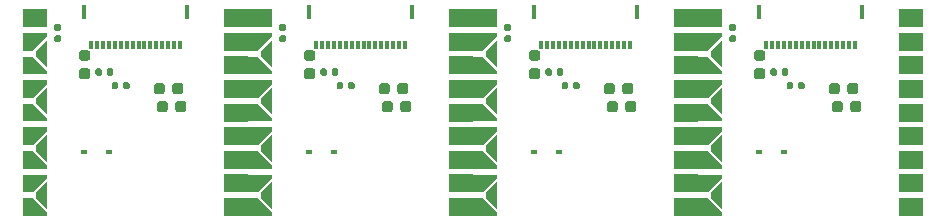
<source format=gbp>
%TF.GenerationSoftware,KiCad,Pcbnew,(5.1.9)-1*%
%TF.CreationDate,2021-10-01T07:45:35+02:00*%
%TF.ProjectId,poly_kb_1Ux4,706f6c79-5f6b-4625-9f31-5578342e6b69,rev?*%
%TF.SameCoordinates,Original*%
%TF.FileFunction,Paste,Bot*%
%TF.FilePolarity,Positive*%
%FSLAX46Y46*%
G04 Gerber Fmt 4.6, Leading zero omitted, Abs format (unit mm)*
G04 Created by KiCad (PCBNEW (5.1.9)-1) date 2021-10-01 07:45:35*
%MOMM*%
%LPD*%
G01*
G04 APERTURE LIST*
%ADD10R,2.000000X1.500000*%
%ADD11C,0.127000*%
%ADD12R,0.300000X0.650000*%
%ADD13R,0.300000X1.150000*%
%ADD14R,0.600000X0.450000*%
G04 APERTURE END LIST*
%TO.C,C1*%
G36*
G01*
X166388500Y-94174500D02*
X166388500Y-94674500D01*
G75*
G02*
X166163500Y-94899500I-225000J0D01*
G01*
X165713500Y-94899500D01*
G75*
G02*
X165488500Y-94674500I0J225000D01*
G01*
X165488500Y-94174500D01*
G75*
G02*
X165713500Y-93949500I225000J0D01*
G01*
X166163500Y-93949500D01*
G75*
G02*
X166388500Y-94174500I0J-225000D01*
G01*
G37*
G36*
G01*
X164838500Y-94174500D02*
X164838500Y-94674500D01*
G75*
G02*
X164613500Y-94899500I-225000J0D01*
G01*
X164163500Y-94899500D01*
G75*
G02*
X163938500Y-94674500I0J225000D01*
G01*
X163938500Y-94174500D01*
G75*
G02*
X164163500Y-93949500I225000J0D01*
G01*
X164613500Y-93949500D01*
G75*
G02*
X164838500Y-94174500I0J-225000D01*
G01*
G37*
%TD*%
%TO.C,C1*%
G36*
G01*
X147338500Y-94174500D02*
X147338500Y-94674500D01*
G75*
G02*
X147113500Y-94899500I-225000J0D01*
G01*
X146663500Y-94899500D01*
G75*
G02*
X146438500Y-94674500I0J225000D01*
G01*
X146438500Y-94174500D01*
G75*
G02*
X146663500Y-93949500I225000J0D01*
G01*
X147113500Y-93949500D01*
G75*
G02*
X147338500Y-94174500I0J-225000D01*
G01*
G37*
G36*
G01*
X145788500Y-94174500D02*
X145788500Y-94674500D01*
G75*
G02*
X145563500Y-94899500I-225000J0D01*
G01*
X145113500Y-94899500D01*
G75*
G02*
X144888500Y-94674500I0J225000D01*
G01*
X144888500Y-94174500D01*
G75*
G02*
X145113500Y-93949500I225000J0D01*
G01*
X145563500Y-93949500D01*
G75*
G02*
X145788500Y-94174500I0J-225000D01*
G01*
G37*
%TD*%
%TO.C,C1*%
G36*
G01*
X128288500Y-94174500D02*
X128288500Y-94674500D01*
G75*
G02*
X128063500Y-94899500I-225000J0D01*
G01*
X127613500Y-94899500D01*
G75*
G02*
X127388500Y-94674500I0J225000D01*
G01*
X127388500Y-94174500D01*
G75*
G02*
X127613500Y-93949500I225000J0D01*
G01*
X128063500Y-93949500D01*
G75*
G02*
X128288500Y-94174500I0J-225000D01*
G01*
G37*
G36*
G01*
X126738500Y-94174500D02*
X126738500Y-94674500D01*
G75*
G02*
X126513500Y-94899500I-225000J0D01*
G01*
X126063500Y-94899500D01*
G75*
G02*
X125838500Y-94674500I0J225000D01*
G01*
X125838500Y-94174500D01*
G75*
G02*
X126063500Y-93949500I225000J0D01*
G01*
X126513500Y-93949500D01*
G75*
G02*
X126738500Y-94174500I0J-225000D01*
G01*
G37*
%TD*%
%TO.C,C3*%
G36*
G01*
X155681500Y-88961500D02*
X155341500Y-88961500D01*
G75*
G02*
X155201500Y-88821500I0J140000D01*
G01*
X155201500Y-88541500D01*
G75*
G02*
X155341500Y-88401500I140000J0D01*
G01*
X155681500Y-88401500D01*
G75*
G02*
X155821500Y-88541500I0J-140000D01*
G01*
X155821500Y-88821500D01*
G75*
G02*
X155681500Y-88961500I-140000J0D01*
G01*
G37*
G36*
G01*
X155681500Y-88001500D02*
X155341500Y-88001500D01*
G75*
G02*
X155201500Y-87861500I0J140000D01*
G01*
X155201500Y-87581500D01*
G75*
G02*
X155341500Y-87441500I140000J0D01*
G01*
X155681500Y-87441500D01*
G75*
G02*
X155821500Y-87581500I0J-140000D01*
G01*
X155821500Y-87861500D01*
G75*
G02*
X155681500Y-88001500I-140000J0D01*
G01*
G37*
%TD*%
%TO.C,C3*%
G36*
G01*
X136631500Y-88961500D02*
X136291500Y-88961500D01*
G75*
G02*
X136151500Y-88821500I0J140000D01*
G01*
X136151500Y-88541500D01*
G75*
G02*
X136291500Y-88401500I140000J0D01*
G01*
X136631500Y-88401500D01*
G75*
G02*
X136771500Y-88541500I0J-140000D01*
G01*
X136771500Y-88821500D01*
G75*
G02*
X136631500Y-88961500I-140000J0D01*
G01*
G37*
G36*
G01*
X136631500Y-88001500D02*
X136291500Y-88001500D01*
G75*
G02*
X136151500Y-87861500I0J140000D01*
G01*
X136151500Y-87581500D01*
G75*
G02*
X136291500Y-87441500I140000J0D01*
G01*
X136631500Y-87441500D01*
G75*
G02*
X136771500Y-87581500I0J-140000D01*
G01*
X136771500Y-87861500D01*
G75*
G02*
X136631500Y-88001500I-140000J0D01*
G01*
G37*
%TD*%
%TO.C,C3*%
G36*
G01*
X117581500Y-88961500D02*
X117241500Y-88961500D01*
G75*
G02*
X117101500Y-88821500I0J140000D01*
G01*
X117101500Y-88541500D01*
G75*
G02*
X117241500Y-88401500I140000J0D01*
G01*
X117581500Y-88401500D01*
G75*
G02*
X117721500Y-88541500I0J-140000D01*
G01*
X117721500Y-88821500D01*
G75*
G02*
X117581500Y-88961500I-140000J0D01*
G01*
G37*
G36*
G01*
X117581500Y-88001500D02*
X117241500Y-88001500D01*
G75*
G02*
X117101500Y-87861500I0J140000D01*
G01*
X117101500Y-87581500D01*
G75*
G02*
X117241500Y-87441500I140000J0D01*
G01*
X117581500Y-87441500D01*
G75*
G02*
X117721500Y-87581500I0J-140000D01*
G01*
X117721500Y-87861500D01*
G75*
G02*
X117581500Y-88001500I-140000J0D01*
G01*
G37*
%TD*%
%TO.C,C5*%
G36*
G01*
X158716500Y-91673500D02*
X158716500Y-91333500D01*
G75*
G02*
X158856500Y-91193500I140000J0D01*
G01*
X159136500Y-91193500D01*
G75*
G02*
X159276500Y-91333500I0J-140000D01*
G01*
X159276500Y-91673500D01*
G75*
G02*
X159136500Y-91813500I-140000J0D01*
G01*
X158856500Y-91813500D01*
G75*
G02*
X158716500Y-91673500I0J140000D01*
G01*
G37*
G36*
G01*
X159676500Y-91673500D02*
X159676500Y-91333500D01*
G75*
G02*
X159816500Y-91193500I140000J0D01*
G01*
X160096500Y-91193500D01*
G75*
G02*
X160236500Y-91333500I0J-140000D01*
G01*
X160236500Y-91673500D01*
G75*
G02*
X160096500Y-91813500I-140000J0D01*
G01*
X159816500Y-91813500D01*
G75*
G02*
X159676500Y-91673500I0J140000D01*
G01*
G37*
%TD*%
%TO.C,C5*%
G36*
G01*
X139666500Y-91673500D02*
X139666500Y-91333500D01*
G75*
G02*
X139806500Y-91193500I140000J0D01*
G01*
X140086500Y-91193500D01*
G75*
G02*
X140226500Y-91333500I0J-140000D01*
G01*
X140226500Y-91673500D01*
G75*
G02*
X140086500Y-91813500I-140000J0D01*
G01*
X139806500Y-91813500D01*
G75*
G02*
X139666500Y-91673500I0J140000D01*
G01*
G37*
G36*
G01*
X140626500Y-91673500D02*
X140626500Y-91333500D01*
G75*
G02*
X140766500Y-91193500I140000J0D01*
G01*
X141046500Y-91193500D01*
G75*
G02*
X141186500Y-91333500I0J-140000D01*
G01*
X141186500Y-91673500D01*
G75*
G02*
X141046500Y-91813500I-140000J0D01*
G01*
X140766500Y-91813500D01*
G75*
G02*
X140626500Y-91673500I0J140000D01*
G01*
G37*
%TD*%
%TO.C,C5*%
G36*
G01*
X120616500Y-91673500D02*
X120616500Y-91333500D01*
G75*
G02*
X120756500Y-91193500I140000J0D01*
G01*
X121036500Y-91193500D01*
G75*
G02*
X121176500Y-91333500I0J-140000D01*
G01*
X121176500Y-91673500D01*
G75*
G02*
X121036500Y-91813500I-140000J0D01*
G01*
X120756500Y-91813500D01*
G75*
G02*
X120616500Y-91673500I0J140000D01*
G01*
G37*
G36*
G01*
X121576500Y-91673500D02*
X121576500Y-91333500D01*
G75*
G02*
X121716500Y-91193500I140000J0D01*
G01*
X121996500Y-91193500D01*
G75*
G02*
X122136500Y-91333500I0J-140000D01*
G01*
X122136500Y-91673500D01*
G75*
G02*
X121996500Y-91813500I-140000J0D01*
G01*
X121716500Y-91813500D01*
G75*
G02*
X121576500Y-91673500I0J140000D01*
G01*
G37*
%TD*%
%TO.C,C6*%
G36*
G01*
X160085500Y-92816500D02*
X160085500Y-92476500D01*
G75*
G02*
X160225500Y-92336500I140000J0D01*
G01*
X160505500Y-92336500D01*
G75*
G02*
X160645500Y-92476500I0J-140000D01*
G01*
X160645500Y-92816500D01*
G75*
G02*
X160505500Y-92956500I-140000J0D01*
G01*
X160225500Y-92956500D01*
G75*
G02*
X160085500Y-92816500I0J140000D01*
G01*
G37*
G36*
G01*
X161045500Y-92816500D02*
X161045500Y-92476500D01*
G75*
G02*
X161185500Y-92336500I140000J0D01*
G01*
X161465500Y-92336500D01*
G75*
G02*
X161605500Y-92476500I0J-140000D01*
G01*
X161605500Y-92816500D01*
G75*
G02*
X161465500Y-92956500I-140000J0D01*
G01*
X161185500Y-92956500D01*
G75*
G02*
X161045500Y-92816500I0J140000D01*
G01*
G37*
%TD*%
%TO.C,C6*%
G36*
G01*
X141035500Y-92816500D02*
X141035500Y-92476500D01*
G75*
G02*
X141175500Y-92336500I140000J0D01*
G01*
X141455500Y-92336500D01*
G75*
G02*
X141595500Y-92476500I0J-140000D01*
G01*
X141595500Y-92816500D01*
G75*
G02*
X141455500Y-92956500I-140000J0D01*
G01*
X141175500Y-92956500D01*
G75*
G02*
X141035500Y-92816500I0J140000D01*
G01*
G37*
G36*
G01*
X141995500Y-92816500D02*
X141995500Y-92476500D01*
G75*
G02*
X142135500Y-92336500I140000J0D01*
G01*
X142415500Y-92336500D01*
G75*
G02*
X142555500Y-92476500I0J-140000D01*
G01*
X142555500Y-92816500D01*
G75*
G02*
X142415500Y-92956500I-140000J0D01*
G01*
X142135500Y-92956500D01*
G75*
G02*
X141995500Y-92816500I0J140000D01*
G01*
G37*
%TD*%
%TO.C,C6*%
G36*
G01*
X121985500Y-92816500D02*
X121985500Y-92476500D01*
G75*
G02*
X122125500Y-92336500I140000J0D01*
G01*
X122405500Y-92336500D01*
G75*
G02*
X122545500Y-92476500I0J-140000D01*
G01*
X122545500Y-92816500D01*
G75*
G02*
X122405500Y-92956500I-140000J0D01*
G01*
X122125500Y-92956500D01*
G75*
G02*
X121985500Y-92816500I0J140000D01*
G01*
G37*
G36*
G01*
X122945500Y-92816500D02*
X122945500Y-92476500D01*
G75*
G02*
X123085500Y-92336500I140000J0D01*
G01*
X123365500Y-92336500D01*
G75*
G02*
X123505500Y-92476500I0J-140000D01*
G01*
X123505500Y-92816500D01*
G75*
G02*
X123365500Y-92956500I-140000J0D01*
G01*
X123085500Y-92956500D01*
G75*
G02*
X122945500Y-92816500I0J140000D01*
G01*
G37*
%TD*%
%TO.C,C2*%
G36*
G01*
X158047500Y-92093500D02*
X157547500Y-92093500D01*
G75*
G02*
X157322500Y-91868500I0J225000D01*
G01*
X157322500Y-91418500D01*
G75*
G02*
X157547500Y-91193500I225000J0D01*
G01*
X158047500Y-91193500D01*
G75*
G02*
X158272500Y-91418500I0J-225000D01*
G01*
X158272500Y-91868500D01*
G75*
G02*
X158047500Y-92093500I-225000J0D01*
G01*
G37*
G36*
G01*
X158047500Y-90543500D02*
X157547500Y-90543500D01*
G75*
G02*
X157322500Y-90318500I0J225000D01*
G01*
X157322500Y-89868500D01*
G75*
G02*
X157547500Y-89643500I225000J0D01*
G01*
X158047500Y-89643500D01*
G75*
G02*
X158272500Y-89868500I0J-225000D01*
G01*
X158272500Y-90318500D01*
G75*
G02*
X158047500Y-90543500I-225000J0D01*
G01*
G37*
%TD*%
%TO.C,C2*%
G36*
G01*
X138997500Y-92093500D02*
X138497500Y-92093500D01*
G75*
G02*
X138272500Y-91868500I0J225000D01*
G01*
X138272500Y-91418500D01*
G75*
G02*
X138497500Y-91193500I225000J0D01*
G01*
X138997500Y-91193500D01*
G75*
G02*
X139222500Y-91418500I0J-225000D01*
G01*
X139222500Y-91868500D01*
G75*
G02*
X138997500Y-92093500I-225000J0D01*
G01*
G37*
G36*
G01*
X138997500Y-90543500D02*
X138497500Y-90543500D01*
G75*
G02*
X138272500Y-90318500I0J225000D01*
G01*
X138272500Y-89868500D01*
G75*
G02*
X138497500Y-89643500I225000J0D01*
G01*
X138997500Y-89643500D01*
G75*
G02*
X139222500Y-89868500I0J-225000D01*
G01*
X139222500Y-90318500D01*
G75*
G02*
X138997500Y-90543500I-225000J0D01*
G01*
G37*
%TD*%
%TO.C,C2*%
G36*
G01*
X119947500Y-92093500D02*
X119447500Y-92093500D01*
G75*
G02*
X119222500Y-91868500I0J225000D01*
G01*
X119222500Y-91418500D01*
G75*
G02*
X119447500Y-91193500I225000J0D01*
G01*
X119947500Y-91193500D01*
G75*
G02*
X120172500Y-91418500I0J-225000D01*
G01*
X120172500Y-91868500D01*
G75*
G02*
X119947500Y-92093500I-225000J0D01*
G01*
G37*
G36*
G01*
X119947500Y-90543500D02*
X119447500Y-90543500D01*
G75*
G02*
X119222500Y-90318500I0J225000D01*
G01*
X119222500Y-89868500D01*
G75*
G02*
X119447500Y-89643500I225000J0D01*
G01*
X119947500Y-89643500D01*
G75*
G02*
X120172500Y-89868500I0J-225000D01*
G01*
X120172500Y-90318500D01*
G75*
G02*
X119947500Y-90543500I-225000J0D01*
G01*
G37*
%TD*%
D10*
%TO.C,J5*%
X153606500Y-86932500D03*
D11*
G36*
X154606500Y-88182500D02*
G01*
X154606500Y-88482500D01*
X153406500Y-89682500D01*
X152606500Y-89682500D01*
X152606500Y-88182500D01*
X154606500Y-88182500D01*
G37*
G36*
X153406500Y-90182500D02*
G01*
X154606500Y-91382500D01*
X154606500Y-91682500D01*
X152606500Y-91682500D01*
X152606500Y-90182500D01*
X153406500Y-90182500D01*
G37*
G36*
X154606500Y-92182500D02*
G01*
X154606500Y-92482500D01*
X153406500Y-93682500D01*
X152606500Y-93682500D01*
X152606500Y-92182500D01*
X154606500Y-92182500D01*
G37*
G36*
X153406500Y-94182500D02*
G01*
X154606500Y-95382500D01*
X154606500Y-95682500D01*
X152606500Y-95682500D01*
X152606500Y-94182500D01*
X153406500Y-94182500D01*
G37*
G36*
X154606500Y-96182500D02*
G01*
X154606500Y-96482500D01*
X153406500Y-97682500D01*
X152606500Y-97682500D01*
X152606500Y-96182500D01*
X154606500Y-96182500D01*
G37*
G36*
X153406500Y-98182500D02*
G01*
X154606500Y-99382500D01*
X154606500Y-99682500D01*
X152606500Y-99682500D01*
X152606500Y-98182500D01*
X153406500Y-98182500D01*
G37*
G36*
X154606500Y-100182500D02*
G01*
X154606500Y-100482500D01*
X153406500Y-101682500D01*
X152606500Y-101682500D01*
X152606500Y-100182500D01*
X154606500Y-100182500D01*
G37*
G36*
X153406500Y-102182500D02*
G01*
X154606500Y-103382500D01*
X154606500Y-103682500D01*
X152606500Y-103682500D01*
X152606500Y-102182500D01*
X153406500Y-102182500D01*
G37*
G36*
X153706500Y-90182500D02*
G01*
X153706500Y-89682500D01*
X154606500Y-88782500D01*
X154606500Y-91082500D01*
X153706500Y-90182500D01*
G37*
G36*
X153706500Y-94182500D02*
G01*
X153706500Y-93682500D01*
X154606500Y-92782500D01*
X154606500Y-95082500D01*
X153706500Y-94182500D01*
G37*
G36*
X153706500Y-98182500D02*
G01*
X153706500Y-97682500D01*
X154606500Y-96782500D01*
X154606500Y-99082500D01*
X153706500Y-98182500D01*
G37*
G36*
X153706500Y-102182500D02*
G01*
X153706500Y-101682500D01*
X154606500Y-100782500D01*
X154606500Y-103082500D01*
X153706500Y-102182500D01*
G37*
%TD*%
D10*
%TO.C,J5*%
X134556500Y-86932500D03*
D11*
G36*
X135556500Y-88182500D02*
G01*
X135556500Y-88482500D01*
X134356500Y-89682500D01*
X133556500Y-89682500D01*
X133556500Y-88182500D01*
X135556500Y-88182500D01*
G37*
G36*
X134356500Y-90182500D02*
G01*
X135556500Y-91382500D01*
X135556500Y-91682500D01*
X133556500Y-91682500D01*
X133556500Y-90182500D01*
X134356500Y-90182500D01*
G37*
G36*
X135556500Y-92182500D02*
G01*
X135556500Y-92482500D01*
X134356500Y-93682500D01*
X133556500Y-93682500D01*
X133556500Y-92182500D01*
X135556500Y-92182500D01*
G37*
G36*
X134356500Y-94182500D02*
G01*
X135556500Y-95382500D01*
X135556500Y-95682500D01*
X133556500Y-95682500D01*
X133556500Y-94182500D01*
X134356500Y-94182500D01*
G37*
G36*
X135556500Y-96182500D02*
G01*
X135556500Y-96482500D01*
X134356500Y-97682500D01*
X133556500Y-97682500D01*
X133556500Y-96182500D01*
X135556500Y-96182500D01*
G37*
G36*
X134356500Y-98182500D02*
G01*
X135556500Y-99382500D01*
X135556500Y-99682500D01*
X133556500Y-99682500D01*
X133556500Y-98182500D01*
X134356500Y-98182500D01*
G37*
G36*
X135556500Y-100182500D02*
G01*
X135556500Y-100482500D01*
X134356500Y-101682500D01*
X133556500Y-101682500D01*
X133556500Y-100182500D01*
X135556500Y-100182500D01*
G37*
G36*
X134356500Y-102182500D02*
G01*
X135556500Y-103382500D01*
X135556500Y-103682500D01*
X133556500Y-103682500D01*
X133556500Y-102182500D01*
X134356500Y-102182500D01*
G37*
G36*
X134656500Y-90182500D02*
G01*
X134656500Y-89682500D01*
X135556500Y-88782500D01*
X135556500Y-91082500D01*
X134656500Y-90182500D01*
G37*
G36*
X134656500Y-94182500D02*
G01*
X134656500Y-93682500D01*
X135556500Y-92782500D01*
X135556500Y-95082500D01*
X134656500Y-94182500D01*
G37*
G36*
X134656500Y-98182500D02*
G01*
X134656500Y-97682500D01*
X135556500Y-96782500D01*
X135556500Y-99082500D01*
X134656500Y-98182500D01*
G37*
G36*
X134656500Y-102182500D02*
G01*
X134656500Y-101682500D01*
X135556500Y-100782500D01*
X135556500Y-103082500D01*
X134656500Y-102182500D01*
G37*
%TD*%
D10*
%TO.C,J5*%
X115506500Y-86932500D03*
D11*
G36*
X116506500Y-88182500D02*
G01*
X116506500Y-88482500D01*
X115306500Y-89682500D01*
X114506500Y-89682500D01*
X114506500Y-88182500D01*
X116506500Y-88182500D01*
G37*
G36*
X115306500Y-90182500D02*
G01*
X116506500Y-91382500D01*
X116506500Y-91682500D01*
X114506500Y-91682500D01*
X114506500Y-90182500D01*
X115306500Y-90182500D01*
G37*
G36*
X116506500Y-92182500D02*
G01*
X116506500Y-92482500D01*
X115306500Y-93682500D01*
X114506500Y-93682500D01*
X114506500Y-92182500D01*
X116506500Y-92182500D01*
G37*
G36*
X115306500Y-94182500D02*
G01*
X116506500Y-95382500D01*
X116506500Y-95682500D01*
X114506500Y-95682500D01*
X114506500Y-94182500D01*
X115306500Y-94182500D01*
G37*
G36*
X116506500Y-96182500D02*
G01*
X116506500Y-96482500D01*
X115306500Y-97682500D01*
X114506500Y-97682500D01*
X114506500Y-96182500D01*
X116506500Y-96182500D01*
G37*
G36*
X115306500Y-98182500D02*
G01*
X116506500Y-99382500D01*
X116506500Y-99682500D01*
X114506500Y-99682500D01*
X114506500Y-98182500D01*
X115306500Y-98182500D01*
G37*
G36*
X116506500Y-100182500D02*
G01*
X116506500Y-100482500D01*
X115306500Y-101682500D01*
X114506500Y-101682500D01*
X114506500Y-100182500D01*
X116506500Y-100182500D01*
G37*
G36*
X115306500Y-102182500D02*
G01*
X116506500Y-103382500D01*
X116506500Y-103682500D01*
X114506500Y-103682500D01*
X114506500Y-102182500D01*
X115306500Y-102182500D01*
G37*
G36*
X115606500Y-90182500D02*
G01*
X115606500Y-89682500D01*
X116506500Y-88782500D01*
X116506500Y-91082500D01*
X115606500Y-90182500D01*
G37*
G36*
X115606500Y-94182500D02*
G01*
X115606500Y-93682500D01*
X116506500Y-92782500D01*
X116506500Y-95082500D01*
X115606500Y-94182500D01*
G37*
G36*
X115606500Y-98182500D02*
G01*
X115606500Y-97682500D01*
X116506500Y-96782500D01*
X116506500Y-99082500D01*
X115606500Y-98182500D01*
G37*
G36*
X115606500Y-102182500D02*
G01*
X115606500Y-101682500D01*
X116506500Y-100782500D01*
X116506500Y-103082500D01*
X115606500Y-102182500D01*
G37*
%TD*%
D12*
%TO.C,J1*%
X158365500Y-89217500D03*
X158865500Y-89217500D03*
X159365500Y-89217500D03*
X159865500Y-89217500D03*
X160365500Y-89217500D03*
X160865500Y-89217500D03*
X161365500Y-89217500D03*
X161865500Y-89217500D03*
X162365500Y-89217500D03*
X162865500Y-89217500D03*
X163365500Y-89217500D03*
X163865500Y-89217500D03*
X164365500Y-89217500D03*
X164865500Y-89217500D03*
X165365500Y-89217500D03*
X165865500Y-89217500D03*
D13*
X157730500Y-86407500D03*
X166500500Y-86407500D03*
%TD*%
D12*
%TO.C,J1*%
X139315500Y-89217500D03*
X139815500Y-89217500D03*
X140315500Y-89217500D03*
X140815500Y-89217500D03*
X141315500Y-89217500D03*
X141815500Y-89217500D03*
X142315500Y-89217500D03*
X142815500Y-89217500D03*
X143315500Y-89217500D03*
X143815500Y-89217500D03*
X144315500Y-89217500D03*
X144815500Y-89217500D03*
X145315500Y-89217500D03*
X145815500Y-89217500D03*
X146315500Y-89217500D03*
X146815500Y-89217500D03*
D13*
X138680500Y-86407500D03*
X147450500Y-86407500D03*
%TD*%
D12*
%TO.C,J1*%
X120265500Y-89217500D03*
X120765500Y-89217500D03*
X121265500Y-89217500D03*
X121765500Y-89217500D03*
X122265500Y-89217500D03*
X122765500Y-89217500D03*
X123265500Y-89217500D03*
X123765500Y-89217500D03*
X124265500Y-89217500D03*
X124765500Y-89217500D03*
X125265500Y-89217500D03*
X125765500Y-89217500D03*
X126265500Y-89217500D03*
X126765500Y-89217500D03*
X127265500Y-89217500D03*
X127765500Y-89217500D03*
D13*
X119630500Y-86407500D03*
X128400500Y-86407500D03*
%TD*%
%TO.C,C4*%
G36*
G01*
X166134500Y-92650500D02*
X166134500Y-93150500D01*
G75*
G02*
X165909500Y-93375500I-225000J0D01*
G01*
X165459500Y-93375500D01*
G75*
G02*
X165234500Y-93150500I0J225000D01*
G01*
X165234500Y-92650500D01*
G75*
G02*
X165459500Y-92425500I225000J0D01*
G01*
X165909500Y-92425500D01*
G75*
G02*
X166134500Y-92650500I0J-225000D01*
G01*
G37*
G36*
G01*
X164584500Y-92650500D02*
X164584500Y-93150500D01*
G75*
G02*
X164359500Y-93375500I-225000J0D01*
G01*
X163909500Y-93375500D01*
G75*
G02*
X163684500Y-93150500I0J225000D01*
G01*
X163684500Y-92650500D01*
G75*
G02*
X163909500Y-92425500I225000J0D01*
G01*
X164359500Y-92425500D01*
G75*
G02*
X164584500Y-92650500I0J-225000D01*
G01*
G37*
%TD*%
%TO.C,C4*%
G36*
G01*
X147084500Y-92650500D02*
X147084500Y-93150500D01*
G75*
G02*
X146859500Y-93375500I-225000J0D01*
G01*
X146409500Y-93375500D01*
G75*
G02*
X146184500Y-93150500I0J225000D01*
G01*
X146184500Y-92650500D01*
G75*
G02*
X146409500Y-92425500I225000J0D01*
G01*
X146859500Y-92425500D01*
G75*
G02*
X147084500Y-92650500I0J-225000D01*
G01*
G37*
G36*
G01*
X145534500Y-92650500D02*
X145534500Y-93150500D01*
G75*
G02*
X145309500Y-93375500I-225000J0D01*
G01*
X144859500Y-93375500D01*
G75*
G02*
X144634500Y-93150500I0J225000D01*
G01*
X144634500Y-92650500D01*
G75*
G02*
X144859500Y-92425500I225000J0D01*
G01*
X145309500Y-92425500D01*
G75*
G02*
X145534500Y-92650500I0J-225000D01*
G01*
G37*
%TD*%
%TO.C,C4*%
G36*
G01*
X128034500Y-92650500D02*
X128034500Y-93150500D01*
G75*
G02*
X127809500Y-93375500I-225000J0D01*
G01*
X127359500Y-93375500D01*
G75*
G02*
X127134500Y-93150500I0J225000D01*
G01*
X127134500Y-92650500D01*
G75*
G02*
X127359500Y-92425500I225000J0D01*
G01*
X127809500Y-92425500D01*
G75*
G02*
X128034500Y-92650500I0J-225000D01*
G01*
G37*
G36*
G01*
X126484500Y-92650500D02*
X126484500Y-93150500D01*
G75*
G02*
X126259500Y-93375500I-225000J0D01*
G01*
X125809500Y-93375500D01*
G75*
G02*
X125584500Y-93150500I0J225000D01*
G01*
X125584500Y-92650500D01*
G75*
G02*
X125809500Y-92425500I225000J0D01*
G01*
X126259500Y-92425500D01*
G75*
G02*
X126484500Y-92650500I0J-225000D01*
G01*
G37*
%TD*%
D10*
%TO.C,J6*%
X170624500Y-94932500D03*
X170624500Y-92932500D03*
X170624500Y-90932500D03*
X170624500Y-88932500D03*
X170624500Y-96932500D03*
X170624500Y-86932500D03*
X170624500Y-98932500D03*
X170624500Y-100932500D03*
X170624500Y-102932500D03*
%TD*%
%TO.C,J6*%
X151574500Y-94932500D03*
X151574500Y-92932500D03*
X151574500Y-90932500D03*
X151574500Y-88932500D03*
X151574500Y-96932500D03*
X151574500Y-86932500D03*
X151574500Y-98932500D03*
X151574500Y-100932500D03*
X151574500Y-102932500D03*
%TD*%
%TO.C,J6*%
X132524500Y-94932500D03*
X132524500Y-92932500D03*
X132524500Y-90932500D03*
X132524500Y-88932500D03*
X132524500Y-96932500D03*
X132524500Y-86932500D03*
X132524500Y-98932500D03*
X132524500Y-100932500D03*
X132524500Y-102932500D03*
%TD*%
D14*
%TO.C,D1*%
X159863500Y-98234500D03*
X157763500Y-98234500D03*
%TD*%
%TO.C,D1*%
X140813500Y-98234500D03*
X138713500Y-98234500D03*
%TD*%
%TO.C,D1*%
X121763500Y-98234500D03*
X119663500Y-98234500D03*
%TD*%
%TO.C,D1*%
X100613500Y-98234500D03*
X102713500Y-98234500D03*
%TD*%
D13*
%TO.C,J1*%
X109350500Y-86407500D03*
X100580500Y-86407500D03*
D12*
X108715500Y-89217500D03*
X108215500Y-89217500D03*
X107715500Y-89217500D03*
X107215500Y-89217500D03*
X106715500Y-89217500D03*
X106215500Y-89217500D03*
X105715500Y-89217500D03*
X105215500Y-89217500D03*
X104715500Y-89217500D03*
X104215500Y-89217500D03*
X103715500Y-89217500D03*
X103215500Y-89217500D03*
X102715500Y-89217500D03*
X102215500Y-89217500D03*
X101715500Y-89217500D03*
X101215500Y-89217500D03*
%TD*%
D11*
%TO.C,J5*%
G36*
X96556500Y-102182500D02*
G01*
X96556500Y-101682500D01*
X97456500Y-100782500D01*
X97456500Y-103082500D01*
X96556500Y-102182500D01*
G37*
G36*
X96556500Y-98182500D02*
G01*
X96556500Y-97682500D01*
X97456500Y-96782500D01*
X97456500Y-99082500D01*
X96556500Y-98182500D01*
G37*
G36*
X96556500Y-94182500D02*
G01*
X96556500Y-93682500D01*
X97456500Y-92782500D01*
X97456500Y-95082500D01*
X96556500Y-94182500D01*
G37*
G36*
X96556500Y-90182500D02*
G01*
X96556500Y-89682500D01*
X97456500Y-88782500D01*
X97456500Y-91082500D01*
X96556500Y-90182500D01*
G37*
G36*
X96256500Y-102182500D02*
G01*
X97456500Y-103382500D01*
X97456500Y-103682500D01*
X95456500Y-103682500D01*
X95456500Y-102182500D01*
X96256500Y-102182500D01*
G37*
G36*
X97456500Y-100182500D02*
G01*
X97456500Y-100482500D01*
X96256500Y-101682500D01*
X95456500Y-101682500D01*
X95456500Y-100182500D01*
X97456500Y-100182500D01*
G37*
G36*
X96256500Y-98182500D02*
G01*
X97456500Y-99382500D01*
X97456500Y-99682500D01*
X95456500Y-99682500D01*
X95456500Y-98182500D01*
X96256500Y-98182500D01*
G37*
G36*
X97456500Y-96182500D02*
G01*
X97456500Y-96482500D01*
X96256500Y-97682500D01*
X95456500Y-97682500D01*
X95456500Y-96182500D01*
X97456500Y-96182500D01*
G37*
G36*
X96256500Y-94182500D02*
G01*
X97456500Y-95382500D01*
X97456500Y-95682500D01*
X95456500Y-95682500D01*
X95456500Y-94182500D01*
X96256500Y-94182500D01*
G37*
G36*
X97456500Y-92182500D02*
G01*
X97456500Y-92482500D01*
X96256500Y-93682500D01*
X95456500Y-93682500D01*
X95456500Y-92182500D01*
X97456500Y-92182500D01*
G37*
G36*
X96256500Y-90182500D02*
G01*
X97456500Y-91382500D01*
X97456500Y-91682500D01*
X95456500Y-91682500D01*
X95456500Y-90182500D01*
X96256500Y-90182500D01*
G37*
G36*
X97456500Y-88182500D02*
G01*
X97456500Y-88482500D01*
X96256500Y-89682500D01*
X95456500Y-89682500D01*
X95456500Y-88182500D01*
X97456500Y-88182500D01*
G37*
D10*
X96456500Y-86932500D03*
%TD*%
%TO.C,J6*%
X113474500Y-102932500D03*
X113474500Y-100932500D03*
X113474500Y-98932500D03*
X113474500Y-86932500D03*
X113474500Y-96932500D03*
X113474500Y-88932500D03*
X113474500Y-90932500D03*
X113474500Y-92932500D03*
X113474500Y-94932500D03*
%TD*%
%TO.C,C4*%
G36*
G01*
X107434500Y-92650500D02*
X107434500Y-93150500D01*
G75*
G02*
X107209500Y-93375500I-225000J0D01*
G01*
X106759500Y-93375500D01*
G75*
G02*
X106534500Y-93150500I0J225000D01*
G01*
X106534500Y-92650500D01*
G75*
G02*
X106759500Y-92425500I225000J0D01*
G01*
X107209500Y-92425500D01*
G75*
G02*
X107434500Y-92650500I0J-225000D01*
G01*
G37*
G36*
G01*
X108984500Y-92650500D02*
X108984500Y-93150500D01*
G75*
G02*
X108759500Y-93375500I-225000J0D01*
G01*
X108309500Y-93375500D01*
G75*
G02*
X108084500Y-93150500I0J225000D01*
G01*
X108084500Y-92650500D01*
G75*
G02*
X108309500Y-92425500I225000J0D01*
G01*
X108759500Y-92425500D01*
G75*
G02*
X108984500Y-92650500I0J-225000D01*
G01*
G37*
%TD*%
%TO.C,C6*%
G36*
G01*
X103895500Y-92816500D02*
X103895500Y-92476500D01*
G75*
G02*
X104035500Y-92336500I140000J0D01*
G01*
X104315500Y-92336500D01*
G75*
G02*
X104455500Y-92476500I0J-140000D01*
G01*
X104455500Y-92816500D01*
G75*
G02*
X104315500Y-92956500I-140000J0D01*
G01*
X104035500Y-92956500D01*
G75*
G02*
X103895500Y-92816500I0J140000D01*
G01*
G37*
G36*
G01*
X102935500Y-92816500D02*
X102935500Y-92476500D01*
G75*
G02*
X103075500Y-92336500I140000J0D01*
G01*
X103355500Y-92336500D01*
G75*
G02*
X103495500Y-92476500I0J-140000D01*
G01*
X103495500Y-92816500D01*
G75*
G02*
X103355500Y-92956500I-140000J0D01*
G01*
X103075500Y-92956500D01*
G75*
G02*
X102935500Y-92816500I0J140000D01*
G01*
G37*
%TD*%
%TO.C,C5*%
G36*
G01*
X102526500Y-91673500D02*
X102526500Y-91333500D01*
G75*
G02*
X102666500Y-91193500I140000J0D01*
G01*
X102946500Y-91193500D01*
G75*
G02*
X103086500Y-91333500I0J-140000D01*
G01*
X103086500Y-91673500D01*
G75*
G02*
X102946500Y-91813500I-140000J0D01*
G01*
X102666500Y-91813500D01*
G75*
G02*
X102526500Y-91673500I0J140000D01*
G01*
G37*
G36*
G01*
X101566500Y-91673500D02*
X101566500Y-91333500D01*
G75*
G02*
X101706500Y-91193500I140000J0D01*
G01*
X101986500Y-91193500D01*
G75*
G02*
X102126500Y-91333500I0J-140000D01*
G01*
X102126500Y-91673500D01*
G75*
G02*
X101986500Y-91813500I-140000J0D01*
G01*
X101706500Y-91813500D01*
G75*
G02*
X101566500Y-91673500I0J140000D01*
G01*
G37*
%TD*%
%TO.C,C3*%
G36*
G01*
X98531500Y-88001500D02*
X98191500Y-88001500D01*
G75*
G02*
X98051500Y-87861500I0J140000D01*
G01*
X98051500Y-87581500D01*
G75*
G02*
X98191500Y-87441500I140000J0D01*
G01*
X98531500Y-87441500D01*
G75*
G02*
X98671500Y-87581500I0J-140000D01*
G01*
X98671500Y-87861500D01*
G75*
G02*
X98531500Y-88001500I-140000J0D01*
G01*
G37*
G36*
G01*
X98531500Y-88961500D02*
X98191500Y-88961500D01*
G75*
G02*
X98051500Y-88821500I0J140000D01*
G01*
X98051500Y-88541500D01*
G75*
G02*
X98191500Y-88401500I140000J0D01*
G01*
X98531500Y-88401500D01*
G75*
G02*
X98671500Y-88541500I0J-140000D01*
G01*
X98671500Y-88821500D01*
G75*
G02*
X98531500Y-88961500I-140000J0D01*
G01*
G37*
%TD*%
%TO.C,C2*%
G36*
G01*
X100897500Y-90543500D02*
X100397500Y-90543500D01*
G75*
G02*
X100172500Y-90318500I0J225000D01*
G01*
X100172500Y-89868500D01*
G75*
G02*
X100397500Y-89643500I225000J0D01*
G01*
X100897500Y-89643500D01*
G75*
G02*
X101122500Y-89868500I0J-225000D01*
G01*
X101122500Y-90318500D01*
G75*
G02*
X100897500Y-90543500I-225000J0D01*
G01*
G37*
G36*
G01*
X100897500Y-92093500D02*
X100397500Y-92093500D01*
G75*
G02*
X100172500Y-91868500I0J225000D01*
G01*
X100172500Y-91418500D01*
G75*
G02*
X100397500Y-91193500I225000J0D01*
G01*
X100897500Y-91193500D01*
G75*
G02*
X101122500Y-91418500I0J-225000D01*
G01*
X101122500Y-91868500D01*
G75*
G02*
X100897500Y-92093500I-225000J0D01*
G01*
G37*
%TD*%
%TO.C,C1*%
G36*
G01*
X107688500Y-94174500D02*
X107688500Y-94674500D01*
G75*
G02*
X107463500Y-94899500I-225000J0D01*
G01*
X107013500Y-94899500D01*
G75*
G02*
X106788500Y-94674500I0J225000D01*
G01*
X106788500Y-94174500D01*
G75*
G02*
X107013500Y-93949500I225000J0D01*
G01*
X107463500Y-93949500D01*
G75*
G02*
X107688500Y-94174500I0J-225000D01*
G01*
G37*
G36*
G01*
X109238500Y-94174500D02*
X109238500Y-94674500D01*
G75*
G02*
X109013500Y-94899500I-225000J0D01*
G01*
X108563500Y-94899500D01*
G75*
G02*
X108338500Y-94674500I0J225000D01*
G01*
X108338500Y-94174500D01*
G75*
G02*
X108563500Y-93949500I225000J0D01*
G01*
X109013500Y-93949500D01*
G75*
G02*
X109238500Y-94174500I0J-225000D01*
G01*
G37*
%TD*%
M02*

</source>
